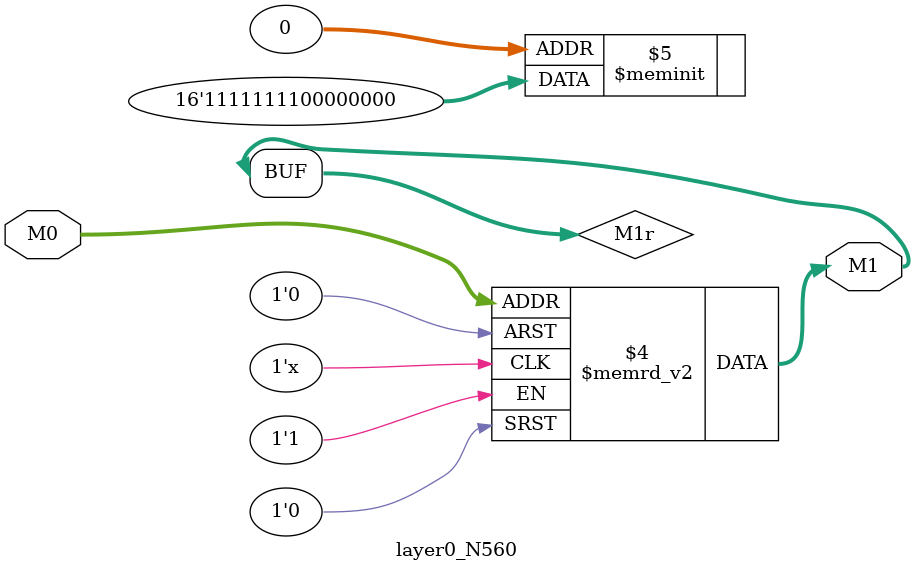
<source format=v>
module layer0_N560 ( input [2:0] M0, output [1:0] M1 );

	(*rom_style = "distributed" *) reg [1:0] M1r;
	assign M1 = M1r;
	always @ (M0) begin
		case (M0)
			3'b000: M1r = 2'b00;
			3'b100: M1r = 2'b11;
			3'b010: M1r = 2'b00;
			3'b110: M1r = 2'b11;
			3'b001: M1r = 2'b00;
			3'b101: M1r = 2'b11;
			3'b011: M1r = 2'b00;
			3'b111: M1r = 2'b11;

		endcase
	end
endmodule

</source>
